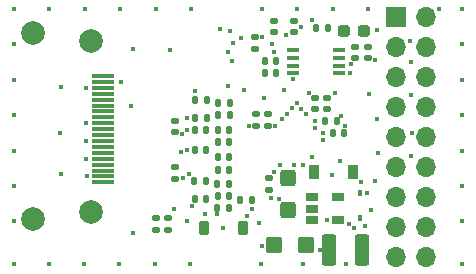
<source format=gbr>
G04 #@! TF.GenerationSoftware,KiCad,Pcbnew,7.0.6+dfsg-1*
G04 #@! TF.CreationDate,2023-08-23T13:02:18+02:00*
G04 #@! TF.ProjectId,GPDI_ULX3S,47504449-5f55-44c5-9833-532e6b696361,1.6*
G04 #@! TF.SameCoordinates,Original*
G04 #@! TF.FileFunction,Soldermask,Top*
G04 #@! TF.FilePolarity,Negative*
%FSLAX46Y46*%
G04 Gerber Fmt 4.6, Leading zero omitted, Abs format (unit mm)*
G04 Created by KiCad (PCBNEW 7.0.6+dfsg-1) date 2023-08-23 13:02:18*
%MOMM*%
%LPD*%
G01*
G04 APERTURE LIST*
G04 Aperture macros list*
%AMRoundRect*
0 Rectangle with rounded corners*
0 $1 Rounding radius*
0 $2 $3 $4 $5 $6 $7 $8 $9 X,Y pos of 4 corners*
0 Add a 4 corners polygon primitive as box body*
4,1,4,$2,$3,$4,$5,$6,$7,$8,$9,$2,$3,0*
0 Add four circle primitives for the rounded corners*
1,1,$1+$1,$2,$3*
1,1,$1+$1,$4,$5*
1,1,$1+$1,$6,$7*
1,1,$1+$1,$8,$9*
0 Add four rect primitives between the rounded corners*
20,1,$1+$1,$2,$3,$4,$5,0*
20,1,$1+$1,$4,$5,$6,$7,0*
20,1,$1+$1,$6,$7,$8,$9,0*
20,1,$1+$1,$8,$9,$2,$3,0*%
G04 Aperture macros list end*
%ADD10R,1.100000X0.450000*%
%ADD11RoundRect,0.225000X-0.225000X-0.375000X0.225000X-0.375000X0.225000X0.375000X-0.225000X0.375000X0*%
%ADD12RoundRect,0.249999X0.450001X0.425001X-0.450001X0.425001X-0.450001X-0.425001X0.450001X-0.425001X0*%
%ADD13RoundRect,0.249999X0.425001X-0.450001X0.425001X0.450001X-0.425001X0.450001X-0.425001X-0.450001X0*%
%ADD14R,0.900000X1.200000*%
%ADD15R,1.700000X1.700000*%
%ADD16O,1.700000X1.700000*%
%ADD17RoundRect,0.147500X0.147500X0.172500X-0.147500X0.172500X-0.147500X-0.172500X0.147500X-0.172500X0*%
%ADD18RoundRect,0.147500X0.172500X-0.147500X0.172500X0.147500X-0.172500X0.147500X-0.172500X-0.147500X0*%
%ADD19R,0.450000X0.600000*%
%ADD20RoundRect,0.250000X-0.375000X-1.075000X0.375000X-1.075000X0.375000X1.075000X-0.375000X1.075000X0*%
%ADD21RoundRect,0.147500X-0.172500X0.147500X-0.172500X-0.147500X0.172500X-0.147500X0.172500X0.147500X0*%
%ADD22RoundRect,0.147500X-0.147500X-0.172500X0.147500X-0.172500X0.147500X0.172500X-0.147500X0.172500X0*%
%ADD23R,1.060000X0.650000*%
%ADD24RoundRect,0.237500X-0.287500X-0.237500X0.287500X-0.237500X0.287500X0.237500X-0.287500X0.237500X0*%
%ADD25C,2.000000*%
%ADD26R,1.900000X0.300000*%
%ADD27C,0.400000*%
G04 APERTURE END LIST*
D10*
X135042460Y-72040180D03*
X135042460Y-71390180D03*
X135042460Y-70740180D03*
X135042460Y-70090180D03*
X138942460Y-70090180D03*
X138942460Y-70740180D03*
X138942460Y-71390180D03*
X138942460Y-72040180D03*
D11*
X130812460Y-85145180D03*
X127512460Y-85145180D03*
D12*
X136119960Y-86595180D03*
X133419960Y-86595180D03*
D13*
X134622460Y-83595180D03*
X134622460Y-80895180D03*
D14*
X136875000Y-80375000D03*
X140175000Y-80375000D03*
D15*
X143764000Y-67310000D03*
D16*
X146304000Y-67310000D03*
X143764000Y-69850000D03*
X146304000Y-69850000D03*
X143764000Y-72390000D03*
X146304000Y-72390000D03*
X143764000Y-74930000D03*
X146304000Y-74930000D03*
X143764000Y-77470000D03*
X146304000Y-77470000D03*
X143764000Y-80010000D03*
X146304000Y-80010000D03*
X143764000Y-82550000D03*
X146304000Y-82550000D03*
X143764000Y-85090000D03*
X146304000Y-85090000D03*
X143764000Y-87630000D03*
X146304000Y-87630000D03*
D17*
X129640000Y-82445000D03*
X128670000Y-82445000D03*
X129660000Y-80205000D03*
X128690000Y-80205000D03*
X129660000Y-77895000D03*
X128690000Y-77895000D03*
X129700000Y-75605000D03*
X128730000Y-75605000D03*
D18*
X124502460Y-85300180D03*
X124502460Y-84330180D03*
D17*
X129635000Y-81395000D03*
X128665000Y-81395000D03*
X129655000Y-79125000D03*
X128685000Y-79125000D03*
X129646000Y-76815000D03*
X128676000Y-76815000D03*
X129695000Y-74535000D03*
X128725000Y-74535000D03*
X133627460Y-70985180D03*
X132657460Y-70985180D03*
D19*
X140750000Y-82200000D03*
X140750000Y-84300000D03*
D20*
X138100000Y-87000000D03*
X140900000Y-87000000D03*
D18*
X131825000Y-68990000D03*
X131825000Y-69960000D03*
D17*
X138010000Y-68175000D03*
X137040000Y-68175000D03*
D18*
X141425000Y-70760000D03*
X141425000Y-69790000D03*
X140325000Y-70760000D03*
X140325000Y-69790000D03*
D21*
X135125000Y-67590000D03*
X135125000Y-68560000D03*
D22*
X126727460Y-82695180D03*
X127697460Y-82695180D03*
D21*
X136925760Y-74102200D03*
X136925760Y-75072200D03*
D18*
X137964620Y-75079820D03*
X137964620Y-74109820D03*
D17*
X139376720Y-77106880D03*
X138406720Y-77106880D03*
D22*
X137784420Y-76093420D03*
X138754420Y-76093420D03*
X126760000Y-78505000D03*
X127730000Y-78505000D03*
D21*
X132925260Y-75511900D03*
X132925260Y-76481900D03*
D18*
X133012460Y-81900180D03*
X133012460Y-80930180D03*
D23*
X138850000Y-82550000D03*
X138850000Y-84450000D03*
X136650000Y-84450000D03*
X136650000Y-83500000D03*
X136650000Y-82550000D03*
D22*
X126770000Y-74265000D03*
X127740000Y-74265000D03*
X126770000Y-75855000D03*
X127740000Y-75855000D03*
D18*
X125105000Y-80950000D03*
X125105000Y-79980000D03*
D22*
X126710000Y-81145000D03*
X127680000Y-81145000D03*
X132657460Y-72005180D03*
X133627460Y-72005180D03*
D17*
X131567460Y-82785180D03*
X130597460Y-82785180D03*
X129627460Y-83455180D03*
X128657460Y-83455180D03*
D18*
X131921960Y-76474280D03*
X131921960Y-75504280D03*
D21*
X133425000Y-67590000D03*
X133425000Y-68560000D03*
X123502460Y-84330180D03*
X123502460Y-85300180D03*
D24*
X139350000Y-68475000D03*
X141100000Y-68475000D03*
D22*
X126750000Y-76865000D03*
X127720000Y-76865000D03*
D21*
X125094440Y-76078320D03*
X125094440Y-77048320D03*
D25*
X113069740Y-68670140D03*
X117969740Y-69270140D03*
X117969740Y-83770140D03*
X113069740Y-84370140D03*
D26*
X118969740Y-81270140D03*
X118969740Y-80770140D03*
X118969740Y-80270140D03*
X118969740Y-79770140D03*
X118969740Y-79270140D03*
X118969740Y-78770140D03*
X118969740Y-78270140D03*
X118969740Y-77770140D03*
X118969740Y-77270140D03*
X118969740Y-76770140D03*
X118969740Y-76270140D03*
X118969740Y-75770140D03*
X118969740Y-75270140D03*
X118969740Y-74770140D03*
X118969740Y-74270140D03*
X118969740Y-73770140D03*
X118969740Y-73270140D03*
X118969740Y-72770140D03*
X118969740Y-72270140D03*
D27*
X135052460Y-72525180D03*
X139902460Y-71985180D03*
X115392460Y-80555180D03*
X115362460Y-77085180D03*
X115392460Y-73205180D03*
X141622460Y-83605180D03*
X142022460Y-81135180D03*
X138402460Y-80675180D03*
X124652460Y-70035180D03*
X121522460Y-69955180D03*
X121502460Y-85535180D03*
X124952460Y-83505180D03*
X127582460Y-83985180D03*
X129112460Y-85165180D03*
X131175960Y-84135180D03*
X136642460Y-79115180D03*
X139032460Y-79505180D03*
X142262460Y-78825180D03*
X142142460Y-75925180D03*
X141532460Y-73755180D03*
X129582460Y-73125180D03*
X129532460Y-70275180D03*
X130672460Y-69025180D03*
X128842460Y-68255180D03*
X149342460Y-84585180D03*
X149342460Y-81585180D03*
X149342460Y-75585180D03*
X149342460Y-78585180D03*
X149342460Y-72585180D03*
X149342460Y-69585180D03*
X111412460Y-88205180D03*
X111422460Y-84585180D03*
X111422460Y-81585180D03*
X111422460Y-78585180D03*
X111422460Y-75585180D03*
X111422460Y-72585180D03*
X111422460Y-69585180D03*
X149382460Y-88145180D03*
X139532460Y-88185180D03*
X135872460Y-88185180D03*
X132362460Y-88205180D03*
X126362460Y-88205180D03*
X123362460Y-88205180D03*
X120362460Y-88205180D03*
X117362460Y-88205180D03*
X114362460Y-88205180D03*
X149372460Y-66585180D03*
X147422460Y-66585180D03*
X141422460Y-66585180D03*
X138422460Y-66585180D03*
X135422460Y-66585180D03*
X132422460Y-66585180D03*
X126422460Y-66585180D03*
X123422460Y-66585180D03*
X120422460Y-66585180D03*
X117422460Y-66585180D03*
X114422460Y-66585180D03*
X111422460Y-66585180D03*
X144982460Y-69315180D03*
X145022460Y-71085180D03*
X145072460Y-73875180D03*
X145082460Y-79055180D03*
X145102460Y-77075180D03*
X135412460Y-74545180D03*
X134942460Y-74995180D03*
X131602460Y-83495180D03*
X126508960Y-83305180D03*
X126082460Y-84585180D03*
X120522460Y-72770140D03*
X128642460Y-83995180D03*
X132412460Y-86655180D03*
X132212460Y-84675000D03*
X135103240Y-79802960D03*
X135883020Y-79828360D03*
X133452460Y-80405180D03*
X133942460Y-79785180D03*
X130913580Y-73444200D03*
X132569660Y-74119840D03*
X134281620Y-73416260D03*
X117563340Y-73258780D03*
X138652460Y-73705180D03*
X137974780Y-84437320D03*
X139112460Y-75635180D03*
X117578580Y-80767020D03*
X136652460Y-67555180D03*
X117560800Y-76263600D03*
X117568420Y-79263340D03*
X117563340Y-77749500D03*
X141134523Y-84984523D03*
X133565340Y-76482040D03*
X133440000Y-70204818D03*
X136442460Y-73685180D03*
X126095000Y-78535000D03*
X126105000Y-76865000D03*
X131353140Y-76474280D03*
X126786563Y-73556563D03*
X137356020Y-86975009D03*
X139427700Y-76540420D03*
X125775000Y-80935000D03*
X126105000Y-75855000D03*
X126268918Y-80578515D03*
X139965840Y-71291550D03*
X141973438Y-70936158D03*
X137625000Y-77671000D03*
X136925000Y-76671000D03*
X136134304Y-75484304D03*
X134115696Y-75884304D03*
X139788340Y-84772600D03*
X137625000Y-77079000D03*
X136925000Y-76079000D03*
X135715696Y-75065696D03*
X134534304Y-75465696D03*
X140189167Y-85135249D03*
X141325000Y-82175000D03*
X140845000Y-81284490D03*
X142152460Y-68415180D03*
X133907610Y-82646842D03*
X133162460Y-82595180D03*
X130002460Y-69465180D03*
X133304500Y-69545180D03*
X134432460Y-68765180D03*
X135775140Y-68125440D03*
X129742460Y-68475180D03*
X132411890Y-68965272D03*
X125579580Y-78671520D03*
X125645620Y-77162760D03*
X129872460Y-71015180D03*
X121347940Y-74815800D03*
M02*

</source>
